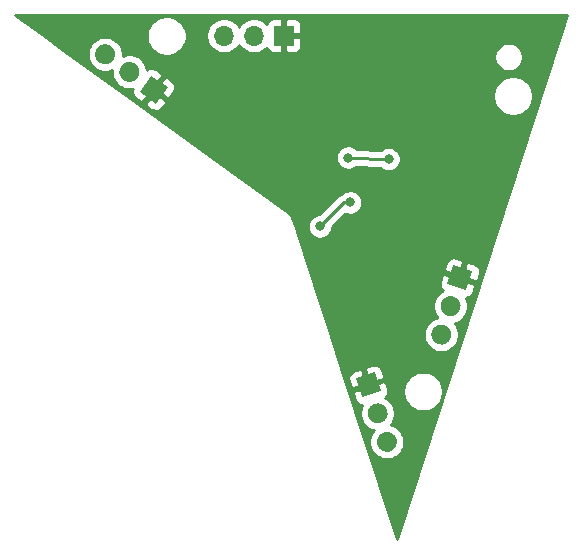
<source format=gbr>
%TF.GenerationSoftware,KiCad,Pcbnew,5.1.8*%
%TF.CreationDate,2021-01-22T11:52:35-05:00*%
%TF.ProjectId,penrosedart,70656e72-6f73-4656-9461-72742e6b6963,rev?*%
%TF.SameCoordinates,Original*%
%TF.FileFunction,Copper,L2,Bot*%
%TF.FilePolarity,Positive*%
%FSLAX46Y46*%
G04 Gerber Fmt 4.6, Leading zero omitted, Abs format (unit mm)*
G04 Created by KiCad (PCBNEW 5.1.8) date 2021-01-22 11:52:35*
%MOMM*%
%LPD*%
G01*
G04 APERTURE LIST*
%TA.AperFunction,ComponentPad*%
%ADD10C,0.100000*%
%TD*%
%TA.AperFunction,ComponentPad*%
%ADD11O,1.700000X1.700000*%
%TD*%
%TA.AperFunction,ComponentPad*%
%ADD12R,1.700000X1.700000*%
%TD*%
%TA.AperFunction,ViaPad*%
%ADD13C,0.800000*%
%TD*%
%TA.AperFunction,Conductor*%
%ADD14C,0.250000*%
%TD*%
%TA.AperFunction,Conductor*%
%ADD15C,0.254000*%
%TD*%
%TA.AperFunction,Conductor*%
%ADD16C,0.100000*%
%TD*%
G04 APERTURE END LIST*
%TO.P,J1,3*%
%TO.N,Net-(D1-Pad2)*%
%TA.AperFunction,ComponentPad*%
G36*
G01*
X135750333Y-77567649D02*
X135750333Y-77567649D01*
G75*
G02*
X135938380Y-78754930I-499617J-687664D01*
G01*
X135938380Y-78754930D01*
G75*
G02*
X134751099Y-78942977I-687664J499617D01*
G01*
X134751099Y-78942977D01*
G75*
G02*
X134563052Y-77755696I499617J687664D01*
G01*
X134563052Y-77755696D01*
G75*
G02*
X135750333Y-77567649I687664J-499617D01*
G01*
G37*
%TD.AperFunction*%
%TO.P,J1,2*%
%TO.N,VCC*%
%TA.AperFunction,ComponentPad*%
G36*
G01*
X137805236Y-79060623D02*
X137805236Y-79060623D01*
G75*
G02*
X137993283Y-80247904I-499617J-687664D01*
G01*
X137993283Y-80247904D01*
G75*
G02*
X136806002Y-80435951I-687664J499617D01*
G01*
X136806002Y-80435951D01*
G75*
G02*
X136617955Y-79248670I499617J687664D01*
G01*
X136617955Y-79248670D01*
G75*
G02*
X137805236Y-79060623I687664J-499617D01*
G01*
G37*
%TD.AperFunction*%
%TA.AperFunction,ComponentPad*%
D10*
%TO.P,J1,1*%
%TO.N,GND*%
G36*
X139172475Y-80053980D02*
G01*
X140547804Y-81053215D01*
X139548569Y-82428544D01*
X138173240Y-81429309D01*
X139172475Y-80053980D01*
G37*
%TD.AperFunction*%
%TD*%
%TA.AperFunction,ComponentPad*%
%TO.P,J2,1*%
%TO.N,GND*%
G36*
X164212856Y-97707416D02*
G01*
X164738184Y-96090620D01*
X166354980Y-96615948D01*
X165829652Y-98232744D01*
X164212856Y-97707416D01*
G37*
%TD.AperFunction*%
%TO.P,J2,2*%
%TO.N,VCC*%
%TA.AperFunction,ComponentPad*%
G36*
G01*
X163690617Y-99314702D02*
X163690617Y-99314702D01*
G75*
G02*
X164761679Y-98768968I808398J-262664D01*
G01*
X164761679Y-98768968D01*
G75*
G02*
X165307413Y-99840030I-262664J-808398D01*
G01*
X165307413Y-99840030D01*
G75*
G02*
X164236351Y-100385764I-808398J262664D01*
G01*
X164236351Y-100385764D01*
G75*
G02*
X163690617Y-99314702I262664J808398D01*
G01*
G37*
%TD.AperFunction*%
%TO.P,J2,3*%
%TO.N,Net-(D2-Pad2)*%
%TA.AperFunction,ComponentPad*%
G36*
G01*
X162905714Y-101730385D02*
X162905714Y-101730385D01*
G75*
G02*
X163976776Y-101184651I808398J-262664D01*
G01*
X163976776Y-101184651D01*
G75*
G02*
X164522510Y-102255713I-262664J-808398D01*
G01*
X164522510Y-102255713D01*
G75*
G02*
X163451448Y-102801447I-808398J262664D01*
G01*
X163451448Y-102801447D01*
G75*
G02*
X162905714Y-101730385I262664J808398D01*
G01*
G37*
%TD.AperFunction*%
%TD*%
%TA.AperFunction,ComponentPad*%
%TO.P,J3,1*%
%TO.N,GND*%
G36*
X156993925Y-107312459D02*
G01*
X156468597Y-105695663D01*
X158085393Y-105170335D01*
X158610721Y-106787131D01*
X156993925Y-107312459D01*
G37*
%TD.AperFunction*%
%TO.P,J3,2*%
%TO.N,VCC*%
%TA.AperFunction,ComponentPad*%
G36*
G01*
X157516164Y-108919745D02*
X157516164Y-108919745D01*
G75*
G02*
X158061898Y-107848683I808398J262664D01*
G01*
X158061898Y-107848683D01*
G75*
G02*
X159132960Y-108394417I262664J-808398D01*
G01*
X159132960Y-108394417D01*
G75*
G02*
X158587226Y-109465479I-808398J-262664D01*
G01*
X158587226Y-109465479D01*
G75*
G02*
X157516164Y-108919745I-262664J808398D01*
G01*
G37*
%TD.AperFunction*%
%TO.P,J3,3*%
%TO.N,Net-(D3-Pad4)*%
%TA.AperFunction,ComponentPad*%
G36*
G01*
X158301067Y-111335428D02*
X158301067Y-111335428D01*
G75*
G02*
X158846801Y-110264366I808398J262664D01*
G01*
X158846801Y-110264366D01*
G75*
G02*
X159917863Y-110810100I262664J-808398D01*
G01*
X159917863Y-110810100D01*
G75*
G02*
X159372129Y-111881162I-808398J-262664D01*
G01*
X159372129Y-111881162D01*
G75*
G02*
X158301067Y-111335428I-262664J808398D01*
G01*
G37*
%TD.AperFunction*%
%TD*%
D11*
%TO.P,J4,3*%
%TO.N,Net-(D4-Pad4)*%
X145310085Y-76679340D03*
%TO.P,J4,2*%
%TO.N,VCC*%
X147850085Y-76679340D03*
D12*
%TO.P,J4,1*%
%TO.N,GND*%
X150390085Y-76679340D03*
%TD*%
D13*
%TO.N,GND*%
X166624000Y-90170000D03*
X169164000Y-87122000D03*
X161163000Y-79502000D03*
X157064483Y-78095883D03*
X143408400Y-83439000D03*
X145770600Y-86868000D03*
X154965400Y-95783400D03*
X154736800Y-100050600D03*
%TO.N,Net-(D3-Pad2)*%
X156004938Y-90788949D03*
X153426405Y-92826595D03*
%TO.N,Net-(D4-Pad2)*%
X159258000Y-87122000D03*
X155829000Y-86995000D03*
%TD*%
D14*
%TO.N,Net-(D3-Pad2)*%
X155464051Y-90788949D02*
X156004938Y-90788949D01*
X153426405Y-92826595D02*
X155464051Y-90788949D01*
%TO.N,Net-(D4-Pad2)*%
X155829000Y-86995000D02*
X159258000Y-87122000D01*
%TD*%
D15*
%TO.N,GND*%
X159935449Y-119319606D02*
X155921283Y-106972052D01*
X156215642Y-106972052D01*
X156387083Y-107509635D01*
X156437210Y-107624235D01*
X156508731Y-107726855D01*
X156598899Y-107813548D01*
X156704247Y-107880986D01*
X156820727Y-107926575D01*
X156943863Y-107948565D01*
X157012889Y-107947209D01*
X157008572Y-107953670D01*
X156896630Y-108223923D01*
X156839562Y-108510821D01*
X156839562Y-108803341D01*
X156896630Y-109090239D01*
X157008572Y-109360492D01*
X157171087Y-109603713D01*
X157377930Y-109810556D01*
X157621151Y-109973071D01*
X157891404Y-110085013D01*
X157979571Y-110102551D01*
X157955990Y-110126132D01*
X157793475Y-110369353D01*
X157681533Y-110639606D01*
X157624465Y-110926504D01*
X157624465Y-111219024D01*
X157681533Y-111505922D01*
X157793475Y-111776175D01*
X157955990Y-112019396D01*
X158162833Y-112226239D01*
X158406054Y-112388754D01*
X158676307Y-112500696D01*
X158963205Y-112557764D01*
X159255725Y-112557764D01*
X159542623Y-112500696D01*
X159812876Y-112388754D01*
X160056097Y-112226239D01*
X160262940Y-112019396D01*
X160425455Y-111776175D01*
X160537397Y-111505922D01*
X160594465Y-111219024D01*
X160594465Y-110926504D01*
X160537397Y-110639606D01*
X160425455Y-110369353D01*
X160262940Y-110126132D01*
X160056097Y-109919289D01*
X159812876Y-109756774D01*
X159542623Y-109644832D01*
X159454456Y-109627294D01*
X159478037Y-109603713D01*
X159640552Y-109360492D01*
X159752494Y-109090239D01*
X159809562Y-108803341D01*
X159809562Y-108510821D01*
X159752494Y-108223923D01*
X159640552Y-107953670D01*
X159478037Y-107710449D01*
X159271194Y-107503606D01*
X159027973Y-107341091D01*
X158964295Y-107314715D01*
X159025117Y-107272325D01*
X159111810Y-107182157D01*
X159179248Y-107076809D01*
X159224837Y-106960329D01*
X159246827Y-106837193D01*
X159244371Y-106712133D01*
X159228773Y-106641042D01*
X160494000Y-106641042D01*
X160494000Y-106972958D01*
X160558754Y-107298496D01*
X160685772Y-107605147D01*
X160870175Y-107881125D01*
X161104875Y-108115825D01*
X161380853Y-108300228D01*
X161687504Y-108427246D01*
X162013042Y-108492000D01*
X162344958Y-108492000D01*
X162670496Y-108427246D01*
X162977147Y-108300228D01*
X163253125Y-108115825D01*
X163487825Y-107881125D01*
X163672228Y-107605147D01*
X163799246Y-107298496D01*
X163864000Y-106972958D01*
X163864000Y-106641042D01*
X163799246Y-106315504D01*
X163672228Y-106008853D01*
X163487825Y-105732875D01*
X163253125Y-105498175D01*
X162977147Y-105313772D01*
X162670496Y-105186754D01*
X162344958Y-105122000D01*
X162013042Y-105122000D01*
X161687504Y-105186754D01*
X161380853Y-105313772D01*
X161104875Y-105498175D01*
X160870175Y-105732875D01*
X160685772Y-106008853D01*
X160558754Y-106315504D01*
X160494000Y-106641042D01*
X159228773Y-106641042D01*
X159217564Y-106589956D01*
X159040280Y-106054271D01*
X158840243Y-105952347D01*
X157699688Y-106322936D01*
X157705869Y-106341958D01*
X157464300Y-106420447D01*
X157458120Y-106401426D01*
X156317565Y-106772015D01*
X156215642Y-106972052D01*
X155921283Y-106972052D01*
X155490056Y-105645601D01*
X155832491Y-105645601D01*
X155834947Y-105770661D01*
X155861754Y-105892838D01*
X156039038Y-106428523D01*
X156239075Y-106530447D01*
X157379630Y-106159858D01*
X157009041Y-105019303D01*
X156854995Y-104940813D01*
X157250609Y-104940813D01*
X157621198Y-106081368D01*
X158761753Y-105710779D01*
X158863676Y-105510742D01*
X158692235Y-104973159D01*
X158642108Y-104858559D01*
X158570587Y-104755939D01*
X158480419Y-104669246D01*
X158375071Y-104601808D01*
X158258591Y-104556219D01*
X158135455Y-104534229D01*
X158010395Y-104536685D01*
X157888218Y-104563492D01*
X157352533Y-104740776D01*
X157250609Y-104940813D01*
X156854995Y-104940813D01*
X156809004Y-104917380D01*
X156271421Y-105088821D01*
X156156821Y-105138948D01*
X156054201Y-105210469D01*
X155967508Y-105300637D01*
X155900070Y-105405985D01*
X155854481Y-105522465D01*
X155832491Y-105645601D01*
X155490056Y-105645601D01*
X154255070Y-101846789D01*
X162229112Y-101846789D01*
X162229112Y-102139309D01*
X162286180Y-102426207D01*
X162398122Y-102696460D01*
X162560637Y-102939681D01*
X162767480Y-103146524D01*
X163010701Y-103309039D01*
X163280954Y-103420981D01*
X163567852Y-103478049D01*
X163860372Y-103478049D01*
X164147270Y-103420981D01*
X164417523Y-103309039D01*
X164660744Y-103146524D01*
X164867587Y-102939681D01*
X165030102Y-102696460D01*
X165142044Y-102426207D01*
X165199112Y-102139309D01*
X165199112Y-101846789D01*
X165142044Y-101559891D01*
X165030102Y-101289638D01*
X164867587Y-101046417D01*
X164844006Y-101022836D01*
X164932173Y-101005298D01*
X165202426Y-100893356D01*
X165445647Y-100730841D01*
X165652490Y-100523998D01*
X165815005Y-100280777D01*
X165926947Y-100010524D01*
X165984015Y-99723626D01*
X165984015Y-99431106D01*
X165926947Y-99144208D01*
X165815005Y-98873955D01*
X165810688Y-98867494D01*
X165879714Y-98868850D01*
X166002850Y-98846860D01*
X166119330Y-98801271D01*
X166224678Y-98733833D01*
X166314846Y-98647140D01*
X166386367Y-98544520D01*
X166436494Y-98429920D01*
X166607935Y-97892337D01*
X166506012Y-97692300D01*
X165365457Y-97321711D01*
X165359277Y-97340732D01*
X165117708Y-97262243D01*
X165123889Y-97243221D01*
X164621987Y-97080143D01*
X165443947Y-97080143D01*
X166584502Y-97450732D01*
X166784539Y-97348808D01*
X166961823Y-96813123D01*
X166988630Y-96690946D01*
X166991086Y-96565886D01*
X166969096Y-96442750D01*
X166923507Y-96326270D01*
X166856069Y-96220922D01*
X166769376Y-96130754D01*
X166666756Y-96059233D01*
X166552156Y-96009106D01*
X166014573Y-95837665D01*
X165814536Y-95939588D01*
X165443947Y-97080143D01*
X164621987Y-97080143D01*
X163983334Y-96872632D01*
X163783297Y-96974556D01*
X163606013Y-97510241D01*
X163579206Y-97632418D01*
X163576750Y-97757478D01*
X163598740Y-97880614D01*
X163644329Y-97997094D01*
X163711767Y-98102442D01*
X163798460Y-98192610D01*
X163859282Y-98235000D01*
X163795604Y-98261376D01*
X163552383Y-98423891D01*
X163345540Y-98630734D01*
X163183025Y-98873955D01*
X163071083Y-99144208D01*
X163014015Y-99431106D01*
X163014015Y-99723626D01*
X163071083Y-100010524D01*
X163183025Y-100280777D01*
X163345540Y-100523998D01*
X163369121Y-100547579D01*
X163280954Y-100565117D01*
X163010701Y-100677059D01*
X162767480Y-100839574D01*
X162560637Y-101046417D01*
X162398122Y-101289638D01*
X162286180Y-101559891D01*
X162229112Y-101846789D01*
X154255070Y-101846789D01*
X152494416Y-96431027D01*
X163959901Y-96431027D01*
X164061824Y-96631064D01*
X165202379Y-97001653D01*
X165572968Y-95861098D01*
X165471044Y-95661061D01*
X164935359Y-95483777D01*
X164813182Y-95456970D01*
X164688122Y-95454514D01*
X164564986Y-95476504D01*
X164448506Y-95522093D01*
X164343158Y-95589531D01*
X164252990Y-95676224D01*
X164181469Y-95778844D01*
X164131342Y-95893444D01*
X163959901Y-96431027D01*
X152494416Y-96431027D01*
X151289481Y-92724656D01*
X152391405Y-92724656D01*
X152391405Y-92928534D01*
X152431179Y-93128493D01*
X152509200Y-93316851D01*
X152622468Y-93486369D01*
X152766631Y-93630532D01*
X152936149Y-93743800D01*
X153124507Y-93821821D01*
X153324466Y-93861595D01*
X153528344Y-93861595D01*
X153728303Y-93821821D01*
X153916661Y-93743800D01*
X154086179Y-93630532D01*
X154230342Y-93486369D01*
X154343610Y-93316851D01*
X154421631Y-93128493D01*
X154461405Y-92928534D01*
X154461405Y-92866396D01*
X155590318Y-91737484D01*
X155703040Y-91784175D01*
X155902999Y-91823949D01*
X156106877Y-91823949D01*
X156306836Y-91784175D01*
X156495194Y-91706154D01*
X156664712Y-91592886D01*
X156808875Y-91448723D01*
X156922143Y-91279205D01*
X157000164Y-91090847D01*
X157039938Y-90890888D01*
X157039938Y-90687010D01*
X157000164Y-90487051D01*
X156922143Y-90298693D01*
X156808875Y-90129175D01*
X156664712Y-89985012D01*
X156495194Y-89871744D01*
X156306836Y-89793723D01*
X156106877Y-89753949D01*
X155902999Y-89753949D01*
X155703040Y-89793723D01*
X155514682Y-89871744D01*
X155345164Y-89985012D01*
X155279416Y-90050760D01*
X155171804Y-90083403D01*
X155039775Y-90153975D01*
X154924050Y-90248948D01*
X154900252Y-90277946D01*
X153386604Y-91791595D01*
X153324466Y-91791595D01*
X153124507Y-91831369D01*
X152936149Y-91909390D01*
X152766631Y-92022658D01*
X152622468Y-92166821D01*
X152509200Y-92336339D01*
X152431179Y-92524697D01*
X152391405Y-92724656D01*
X151289481Y-92724656D01*
X151094722Y-92125580D01*
X151081846Y-92076353D01*
X151056592Y-92024365D01*
X151033418Y-91971406D01*
X151025009Y-91959345D01*
X151018586Y-91946122D01*
X150983673Y-91900057D01*
X150950614Y-91852640D01*
X150940014Y-91842452D01*
X150931134Y-91830735D01*
X150887891Y-91792353D01*
X150846230Y-91752310D01*
X150803383Y-91724891D01*
X144144781Y-86893061D01*
X154794000Y-86893061D01*
X154794000Y-87096939D01*
X154833774Y-87296898D01*
X154911795Y-87485256D01*
X155025063Y-87654774D01*
X155169226Y-87798937D01*
X155338744Y-87912205D01*
X155527102Y-87990226D01*
X155727061Y-88030000D01*
X155930939Y-88030000D01*
X156130898Y-87990226D01*
X156319256Y-87912205D01*
X156488774Y-87798937D01*
X156507076Y-87780635D01*
X158527764Y-87855475D01*
X158598226Y-87925937D01*
X158767744Y-88039205D01*
X158956102Y-88117226D01*
X159156061Y-88157000D01*
X159359939Y-88157000D01*
X159559898Y-88117226D01*
X159748256Y-88039205D01*
X159917774Y-87925937D01*
X160061937Y-87781774D01*
X160175205Y-87612256D01*
X160253226Y-87423898D01*
X160293000Y-87223939D01*
X160293000Y-87020061D01*
X160253226Y-86820102D01*
X160175205Y-86631744D01*
X160061937Y-86462226D01*
X159917774Y-86318063D01*
X159748256Y-86204795D01*
X159559898Y-86126774D01*
X159359939Y-86087000D01*
X159156061Y-86087000D01*
X158956102Y-86126774D01*
X158767744Y-86204795D01*
X158598226Y-86318063D01*
X158579924Y-86336365D01*
X156559236Y-86261525D01*
X156488774Y-86191063D01*
X156319256Y-86077795D01*
X156130898Y-85999774D01*
X155930939Y-85960000D01*
X155727061Y-85960000D01*
X155527102Y-85999774D01*
X155338744Y-86077795D01*
X155169226Y-86191063D01*
X155025063Y-86335226D01*
X154911795Y-86504744D01*
X154833774Y-86693102D01*
X154794000Y-86893061D01*
X144144781Y-86893061D01*
X137937687Y-82388870D01*
X138683717Y-82388870D01*
X138718838Y-82610612D01*
X139173520Y-82944755D01*
X139281434Y-83008005D01*
X139399614Y-83048986D01*
X139523519Y-83066124D01*
X139648385Y-83058760D01*
X139769416Y-83027177D01*
X139881961Y-82972590D01*
X139981693Y-82897095D01*
X140064780Y-82803593D01*
X140393953Y-82345300D01*
X140358832Y-82123557D01*
X139388618Y-81418656D01*
X138683717Y-82388870D01*
X137937687Y-82388870D01*
X132039796Y-78109053D01*
X133765716Y-78109053D01*
X133765716Y-78401573D01*
X133822784Y-78688471D01*
X133934726Y-78958724D01*
X134097241Y-79201945D01*
X134304084Y-79408788D01*
X134547305Y-79571303D01*
X134817558Y-79683245D01*
X135104456Y-79740313D01*
X135396976Y-79740313D01*
X135683874Y-79683245D01*
X135820619Y-79626604D01*
X135820619Y-79894547D01*
X135877687Y-80181445D01*
X135989629Y-80451698D01*
X136152144Y-80694919D01*
X136358987Y-80901762D01*
X136602208Y-81064277D01*
X136872461Y-81176219D01*
X137159359Y-81233287D01*
X137451879Y-81233287D01*
X137577805Y-81208239D01*
X137552798Y-81280354D01*
X137535660Y-81404259D01*
X137543024Y-81529125D01*
X137574607Y-81650156D01*
X137629194Y-81762701D01*
X137704689Y-81862433D01*
X137798191Y-81945520D01*
X138256484Y-82274693D01*
X138478227Y-82239572D01*
X139183128Y-81269358D01*
X139166948Y-81257603D01*
X139199233Y-81213166D01*
X139537916Y-81213166D01*
X140508130Y-81918067D01*
X140729872Y-81882946D01*
X140921608Y-81622042D01*
X168114000Y-81622042D01*
X168114000Y-81953958D01*
X168178754Y-82279496D01*
X168305772Y-82586147D01*
X168490175Y-82862125D01*
X168724875Y-83096825D01*
X169000853Y-83281228D01*
X169307504Y-83408246D01*
X169633042Y-83473000D01*
X169964958Y-83473000D01*
X170290496Y-83408246D01*
X170597147Y-83281228D01*
X170873125Y-83096825D01*
X171107825Y-82862125D01*
X171292228Y-82586147D01*
X171419246Y-82279496D01*
X171484000Y-81953958D01*
X171484000Y-81622042D01*
X171419246Y-81296504D01*
X171292228Y-80989853D01*
X171107825Y-80713875D01*
X170873125Y-80479175D01*
X170597147Y-80294772D01*
X170290496Y-80167754D01*
X169964958Y-80103000D01*
X169633042Y-80103000D01*
X169307504Y-80167754D01*
X169000853Y-80294772D01*
X168724875Y-80479175D01*
X168490175Y-80713875D01*
X168305772Y-80989853D01*
X168178754Y-81296504D01*
X168114000Y-81622042D01*
X140921608Y-81622042D01*
X141064015Y-81428264D01*
X141127265Y-81320350D01*
X141168246Y-81202170D01*
X141185384Y-81078265D01*
X141178020Y-80953399D01*
X141146437Y-80832368D01*
X141091850Y-80719823D01*
X141016355Y-80620091D01*
X140922853Y-80537004D01*
X140464560Y-80207831D01*
X140242817Y-80242952D01*
X139537916Y-81213166D01*
X139199233Y-81213166D01*
X139316245Y-81052112D01*
X139332426Y-81063868D01*
X140037327Y-80093654D01*
X140002206Y-79871912D01*
X139547524Y-79537769D01*
X139439610Y-79474519D01*
X139321430Y-79433538D01*
X139197525Y-79416400D01*
X139072659Y-79423764D01*
X138951628Y-79455347D01*
X138839083Y-79509934D01*
X138781040Y-79553871D01*
X138733551Y-79315129D01*
X138621609Y-79044876D01*
X138459094Y-78801655D01*
X138252251Y-78594812D01*
X138009030Y-78432297D01*
X137738777Y-78320355D01*
X137451879Y-78263287D01*
X137159359Y-78263287D01*
X136872461Y-78320355D01*
X136735716Y-78376996D01*
X136735716Y-78109053D01*
X136678648Y-77822155D01*
X136566706Y-77551902D01*
X136404191Y-77308681D01*
X136197348Y-77101838D01*
X135954127Y-76939323D01*
X135683874Y-76827381D01*
X135396976Y-76770313D01*
X135104456Y-76770313D01*
X134817558Y-76827381D01*
X134547305Y-76939323D01*
X134304084Y-77101838D01*
X134097241Y-77308681D01*
X133934726Y-77551902D01*
X133822784Y-77822155D01*
X133765716Y-78109053D01*
X132039796Y-78109053D01*
X129880344Y-76542042D01*
X138777000Y-76542042D01*
X138777000Y-76873958D01*
X138841754Y-77199496D01*
X138968772Y-77506147D01*
X139153175Y-77782125D01*
X139387875Y-78016825D01*
X139663853Y-78201228D01*
X139970504Y-78328246D01*
X140296042Y-78393000D01*
X140627958Y-78393000D01*
X140759547Y-78366825D01*
X168208000Y-78366825D01*
X168208000Y-78605175D01*
X168254499Y-78838944D01*
X168345712Y-79059150D01*
X168478131Y-79257330D01*
X168646670Y-79425869D01*
X168844850Y-79558288D01*
X169065056Y-79649501D01*
X169298825Y-79696000D01*
X169537175Y-79696000D01*
X169770944Y-79649501D01*
X169991150Y-79558288D01*
X170189330Y-79425869D01*
X170357869Y-79257330D01*
X170490288Y-79059150D01*
X170581501Y-78838944D01*
X170628000Y-78605175D01*
X170628000Y-78366825D01*
X170581501Y-78133056D01*
X170490288Y-77912850D01*
X170357869Y-77714670D01*
X170189330Y-77546131D01*
X169991150Y-77413712D01*
X169770944Y-77322499D01*
X169537175Y-77276000D01*
X169298825Y-77276000D01*
X169065056Y-77322499D01*
X168844850Y-77413712D01*
X168646670Y-77546131D01*
X168478131Y-77714670D01*
X168345712Y-77912850D01*
X168254499Y-78133056D01*
X168208000Y-78366825D01*
X140759547Y-78366825D01*
X140953496Y-78328246D01*
X141260147Y-78201228D01*
X141536125Y-78016825D01*
X141770825Y-77782125D01*
X141955228Y-77506147D01*
X142082246Y-77199496D01*
X142147000Y-76873958D01*
X142147000Y-76542042D01*
X142145218Y-76533080D01*
X143825085Y-76533080D01*
X143825085Y-76825600D01*
X143882153Y-77112498D01*
X143994095Y-77382751D01*
X144156610Y-77625972D01*
X144363453Y-77832815D01*
X144606674Y-77995330D01*
X144876927Y-78107272D01*
X145163825Y-78164340D01*
X145456345Y-78164340D01*
X145743243Y-78107272D01*
X146013496Y-77995330D01*
X146256717Y-77832815D01*
X146463560Y-77625972D01*
X146580085Y-77451580D01*
X146696610Y-77625972D01*
X146903453Y-77832815D01*
X147146674Y-77995330D01*
X147416927Y-78107272D01*
X147703825Y-78164340D01*
X147996345Y-78164340D01*
X148283243Y-78107272D01*
X148553496Y-77995330D01*
X148796717Y-77832815D01*
X148928572Y-77700960D01*
X148950583Y-77773520D01*
X149009548Y-77883834D01*
X149088900Y-77980525D01*
X149185591Y-78059877D01*
X149295905Y-78118842D01*
X149415603Y-78155152D01*
X149540085Y-78167412D01*
X150104335Y-78164340D01*
X150263085Y-78005590D01*
X150263085Y-76806340D01*
X150517085Y-76806340D01*
X150517085Y-78005590D01*
X150675835Y-78164340D01*
X151240085Y-78167412D01*
X151364567Y-78155152D01*
X151484265Y-78118842D01*
X151594579Y-78059877D01*
X151691270Y-77980525D01*
X151770622Y-77883834D01*
X151829587Y-77773520D01*
X151865897Y-77653822D01*
X151878157Y-77529340D01*
X151875085Y-76965090D01*
X151716335Y-76806340D01*
X150517085Y-76806340D01*
X150263085Y-76806340D01*
X150243085Y-76806340D01*
X150243085Y-76552340D01*
X150263085Y-76552340D01*
X150263085Y-75353090D01*
X150517085Y-75353090D01*
X150517085Y-76552340D01*
X151716335Y-76552340D01*
X151875085Y-76393590D01*
X151878157Y-75829340D01*
X151865897Y-75704858D01*
X151829587Y-75585160D01*
X151770622Y-75474846D01*
X151691270Y-75378155D01*
X151594579Y-75298803D01*
X151484265Y-75239838D01*
X151364567Y-75203528D01*
X151240085Y-75191268D01*
X150675835Y-75194340D01*
X150517085Y-75353090D01*
X150263085Y-75353090D01*
X150104335Y-75194340D01*
X149540085Y-75191268D01*
X149415603Y-75203528D01*
X149295905Y-75239838D01*
X149185591Y-75298803D01*
X149088900Y-75378155D01*
X149009548Y-75474846D01*
X148950583Y-75585160D01*
X148928572Y-75657720D01*
X148796717Y-75525865D01*
X148553496Y-75363350D01*
X148283243Y-75251408D01*
X147996345Y-75194340D01*
X147703825Y-75194340D01*
X147416927Y-75251408D01*
X147146674Y-75363350D01*
X146903453Y-75525865D01*
X146696610Y-75732708D01*
X146580085Y-75907100D01*
X146463560Y-75732708D01*
X146256717Y-75525865D01*
X146013496Y-75363350D01*
X145743243Y-75251408D01*
X145456345Y-75194340D01*
X145163825Y-75194340D01*
X144876927Y-75251408D01*
X144606674Y-75363350D01*
X144363453Y-75525865D01*
X144156610Y-75732708D01*
X143994095Y-75975929D01*
X143882153Y-76246182D01*
X143825085Y-76533080D01*
X142145218Y-76533080D01*
X142082246Y-76216504D01*
X141955228Y-75909853D01*
X141770825Y-75633875D01*
X141536125Y-75399175D01*
X141260147Y-75214772D01*
X140953496Y-75087754D01*
X140627958Y-75023000D01*
X140296042Y-75023000D01*
X139970504Y-75087754D01*
X139663853Y-75214772D01*
X139387875Y-75399175D01*
X139153175Y-75633875D01*
X138968772Y-75909853D01*
X138841754Y-76216504D01*
X138777000Y-76542042D01*
X129880344Y-76542042D01*
X127655886Y-74927860D01*
X174375016Y-74903527D01*
X159935449Y-119319606D01*
%TA.AperFunction,Conductor*%
D16*
G36*
X159935449Y-119319606D02*
G01*
X155921283Y-106972052D01*
X156215642Y-106972052D01*
X156387083Y-107509635D01*
X156437210Y-107624235D01*
X156508731Y-107726855D01*
X156598899Y-107813548D01*
X156704247Y-107880986D01*
X156820727Y-107926575D01*
X156943863Y-107948565D01*
X157012889Y-107947209D01*
X157008572Y-107953670D01*
X156896630Y-108223923D01*
X156839562Y-108510821D01*
X156839562Y-108803341D01*
X156896630Y-109090239D01*
X157008572Y-109360492D01*
X157171087Y-109603713D01*
X157377930Y-109810556D01*
X157621151Y-109973071D01*
X157891404Y-110085013D01*
X157979571Y-110102551D01*
X157955990Y-110126132D01*
X157793475Y-110369353D01*
X157681533Y-110639606D01*
X157624465Y-110926504D01*
X157624465Y-111219024D01*
X157681533Y-111505922D01*
X157793475Y-111776175D01*
X157955990Y-112019396D01*
X158162833Y-112226239D01*
X158406054Y-112388754D01*
X158676307Y-112500696D01*
X158963205Y-112557764D01*
X159255725Y-112557764D01*
X159542623Y-112500696D01*
X159812876Y-112388754D01*
X160056097Y-112226239D01*
X160262940Y-112019396D01*
X160425455Y-111776175D01*
X160537397Y-111505922D01*
X160594465Y-111219024D01*
X160594465Y-110926504D01*
X160537397Y-110639606D01*
X160425455Y-110369353D01*
X160262940Y-110126132D01*
X160056097Y-109919289D01*
X159812876Y-109756774D01*
X159542623Y-109644832D01*
X159454456Y-109627294D01*
X159478037Y-109603713D01*
X159640552Y-109360492D01*
X159752494Y-109090239D01*
X159809562Y-108803341D01*
X159809562Y-108510821D01*
X159752494Y-108223923D01*
X159640552Y-107953670D01*
X159478037Y-107710449D01*
X159271194Y-107503606D01*
X159027973Y-107341091D01*
X158964295Y-107314715D01*
X159025117Y-107272325D01*
X159111810Y-107182157D01*
X159179248Y-107076809D01*
X159224837Y-106960329D01*
X159246827Y-106837193D01*
X159244371Y-106712133D01*
X159228773Y-106641042D01*
X160494000Y-106641042D01*
X160494000Y-106972958D01*
X160558754Y-107298496D01*
X160685772Y-107605147D01*
X160870175Y-107881125D01*
X161104875Y-108115825D01*
X161380853Y-108300228D01*
X161687504Y-108427246D01*
X162013042Y-108492000D01*
X162344958Y-108492000D01*
X162670496Y-108427246D01*
X162977147Y-108300228D01*
X163253125Y-108115825D01*
X163487825Y-107881125D01*
X163672228Y-107605147D01*
X163799246Y-107298496D01*
X163864000Y-106972958D01*
X163864000Y-106641042D01*
X163799246Y-106315504D01*
X163672228Y-106008853D01*
X163487825Y-105732875D01*
X163253125Y-105498175D01*
X162977147Y-105313772D01*
X162670496Y-105186754D01*
X162344958Y-105122000D01*
X162013042Y-105122000D01*
X161687504Y-105186754D01*
X161380853Y-105313772D01*
X161104875Y-105498175D01*
X160870175Y-105732875D01*
X160685772Y-106008853D01*
X160558754Y-106315504D01*
X160494000Y-106641042D01*
X159228773Y-106641042D01*
X159217564Y-106589956D01*
X159040280Y-106054271D01*
X158840243Y-105952347D01*
X157699688Y-106322936D01*
X157705869Y-106341958D01*
X157464300Y-106420447D01*
X157458120Y-106401426D01*
X156317565Y-106772015D01*
X156215642Y-106972052D01*
X155921283Y-106972052D01*
X155490056Y-105645601D01*
X155832491Y-105645601D01*
X155834947Y-105770661D01*
X155861754Y-105892838D01*
X156039038Y-106428523D01*
X156239075Y-106530447D01*
X157379630Y-106159858D01*
X157009041Y-105019303D01*
X156854995Y-104940813D01*
X157250609Y-104940813D01*
X157621198Y-106081368D01*
X158761753Y-105710779D01*
X158863676Y-105510742D01*
X158692235Y-104973159D01*
X158642108Y-104858559D01*
X158570587Y-104755939D01*
X158480419Y-104669246D01*
X158375071Y-104601808D01*
X158258591Y-104556219D01*
X158135455Y-104534229D01*
X158010395Y-104536685D01*
X157888218Y-104563492D01*
X157352533Y-104740776D01*
X157250609Y-104940813D01*
X156854995Y-104940813D01*
X156809004Y-104917380D01*
X156271421Y-105088821D01*
X156156821Y-105138948D01*
X156054201Y-105210469D01*
X155967508Y-105300637D01*
X155900070Y-105405985D01*
X155854481Y-105522465D01*
X155832491Y-105645601D01*
X155490056Y-105645601D01*
X154255070Y-101846789D01*
X162229112Y-101846789D01*
X162229112Y-102139309D01*
X162286180Y-102426207D01*
X162398122Y-102696460D01*
X162560637Y-102939681D01*
X162767480Y-103146524D01*
X163010701Y-103309039D01*
X163280954Y-103420981D01*
X163567852Y-103478049D01*
X163860372Y-103478049D01*
X164147270Y-103420981D01*
X164417523Y-103309039D01*
X164660744Y-103146524D01*
X164867587Y-102939681D01*
X165030102Y-102696460D01*
X165142044Y-102426207D01*
X165199112Y-102139309D01*
X165199112Y-101846789D01*
X165142044Y-101559891D01*
X165030102Y-101289638D01*
X164867587Y-101046417D01*
X164844006Y-101022836D01*
X164932173Y-101005298D01*
X165202426Y-100893356D01*
X165445647Y-100730841D01*
X165652490Y-100523998D01*
X165815005Y-100280777D01*
X165926947Y-100010524D01*
X165984015Y-99723626D01*
X165984015Y-99431106D01*
X165926947Y-99144208D01*
X165815005Y-98873955D01*
X165810688Y-98867494D01*
X165879714Y-98868850D01*
X166002850Y-98846860D01*
X166119330Y-98801271D01*
X166224678Y-98733833D01*
X166314846Y-98647140D01*
X166386367Y-98544520D01*
X166436494Y-98429920D01*
X166607935Y-97892337D01*
X166506012Y-97692300D01*
X165365457Y-97321711D01*
X165359277Y-97340732D01*
X165117708Y-97262243D01*
X165123889Y-97243221D01*
X164621987Y-97080143D01*
X165443947Y-97080143D01*
X166584502Y-97450732D01*
X166784539Y-97348808D01*
X166961823Y-96813123D01*
X166988630Y-96690946D01*
X166991086Y-96565886D01*
X166969096Y-96442750D01*
X166923507Y-96326270D01*
X166856069Y-96220922D01*
X166769376Y-96130754D01*
X166666756Y-96059233D01*
X166552156Y-96009106D01*
X166014573Y-95837665D01*
X165814536Y-95939588D01*
X165443947Y-97080143D01*
X164621987Y-97080143D01*
X163983334Y-96872632D01*
X163783297Y-96974556D01*
X163606013Y-97510241D01*
X163579206Y-97632418D01*
X163576750Y-97757478D01*
X163598740Y-97880614D01*
X163644329Y-97997094D01*
X163711767Y-98102442D01*
X163798460Y-98192610D01*
X163859282Y-98235000D01*
X163795604Y-98261376D01*
X163552383Y-98423891D01*
X163345540Y-98630734D01*
X163183025Y-98873955D01*
X163071083Y-99144208D01*
X163014015Y-99431106D01*
X163014015Y-99723626D01*
X163071083Y-100010524D01*
X163183025Y-100280777D01*
X163345540Y-100523998D01*
X163369121Y-100547579D01*
X163280954Y-100565117D01*
X163010701Y-100677059D01*
X162767480Y-100839574D01*
X162560637Y-101046417D01*
X162398122Y-101289638D01*
X162286180Y-101559891D01*
X162229112Y-101846789D01*
X154255070Y-101846789D01*
X152494416Y-96431027D01*
X163959901Y-96431027D01*
X164061824Y-96631064D01*
X165202379Y-97001653D01*
X165572968Y-95861098D01*
X165471044Y-95661061D01*
X164935359Y-95483777D01*
X164813182Y-95456970D01*
X164688122Y-95454514D01*
X164564986Y-95476504D01*
X164448506Y-95522093D01*
X164343158Y-95589531D01*
X164252990Y-95676224D01*
X164181469Y-95778844D01*
X164131342Y-95893444D01*
X163959901Y-96431027D01*
X152494416Y-96431027D01*
X151289481Y-92724656D01*
X152391405Y-92724656D01*
X152391405Y-92928534D01*
X152431179Y-93128493D01*
X152509200Y-93316851D01*
X152622468Y-93486369D01*
X152766631Y-93630532D01*
X152936149Y-93743800D01*
X153124507Y-93821821D01*
X153324466Y-93861595D01*
X153528344Y-93861595D01*
X153728303Y-93821821D01*
X153916661Y-93743800D01*
X154086179Y-93630532D01*
X154230342Y-93486369D01*
X154343610Y-93316851D01*
X154421631Y-93128493D01*
X154461405Y-92928534D01*
X154461405Y-92866396D01*
X155590318Y-91737484D01*
X155703040Y-91784175D01*
X155902999Y-91823949D01*
X156106877Y-91823949D01*
X156306836Y-91784175D01*
X156495194Y-91706154D01*
X156664712Y-91592886D01*
X156808875Y-91448723D01*
X156922143Y-91279205D01*
X157000164Y-91090847D01*
X157039938Y-90890888D01*
X157039938Y-90687010D01*
X157000164Y-90487051D01*
X156922143Y-90298693D01*
X156808875Y-90129175D01*
X156664712Y-89985012D01*
X156495194Y-89871744D01*
X156306836Y-89793723D01*
X156106877Y-89753949D01*
X155902999Y-89753949D01*
X155703040Y-89793723D01*
X155514682Y-89871744D01*
X155345164Y-89985012D01*
X155279416Y-90050760D01*
X155171804Y-90083403D01*
X155039775Y-90153975D01*
X154924050Y-90248948D01*
X154900252Y-90277946D01*
X153386604Y-91791595D01*
X153324466Y-91791595D01*
X153124507Y-91831369D01*
X152936149Y-91909390D01*
X152766631Y-92022658D01*
X152622468Y-92166821D01*
X152509200Y-92336339D01*
X152431179Y-92524697D01*
X152391405Y-92724656D01*
X151289481Y-92724656D01*
X151094722Y-92125580D01*
X151081846Y-92076353D01*
X151056592Y-92024365D01*
X151033418Y-91971406D01*
X151025009Y-91959345D01*
X151018586Y-91946122D01*
X150983673Y-91900057D01*
X150950614Y-91852640D01*
X150940014Y-91842452D01*
X150931134Y-91830735D01*
X150887891Y-91792353D01*
X150846230Y-91752310D01*
X150803383Y-91724891D01*
X144144781Y-86893061D01*
X154794000Y-86893061D01*
X154794000Y-87096939D01*
X154833774Y-87296898D01*
X154911795Y-87485256D01*
X155025063Y-87654774D01*
X155169226Y-87798937D01*
X155338744Y-87912205D01*
X155527102Y-87990226D01*
X155727061Y-88030000D01*
X155930939Y-88030000D01*
X156130898Y-87990226D01*
X156319256Y-87912205D01*
X156488774Y-87798937D01*
X156507076Y-87780635D01*
X158527764Y-87855475D01*
X158598226Y-87925937D01*
X158767744Y-88039205D01*
X158956102Y-88117226D01*
X159156061Y-88157000D01*
X159359939Y-88157000D01*
X159559898Y-88117226D01*
X159748256Y-88039205D01*
X159917774Y-87925937D01*
X160061937Y-87781774D01*
X160175205Y-87612256D01*
X160253226Y-87423898D01*
X160293000Y-87223939D01*
X160293000Y-87020061D01*
X160253226Y-86820102D01*
X160175205Y-86631744D01*
X160061937Y-86462226D01*
X159917774Y-86318063D01*
X159748256Y-86204795D01*
X159559898Y-86126774D01*
X159359939Y-86087000D01*
X159156061Y-86087000D01*
X158956102Y-86126774D01*
X158767744Y-86204795D01*
X158598226Y-86318063D01*
X158579924Y-86336365D01*
X156559236Y-86261525D01*
X156488774Y-86191063D01*
X156319256Y-86077795D01*
X156130898Y-85999774D01*
X155930939Y-85960000D01*
X155727061Y-85960000D01*
X155527102Y-85999774D01*
X155338744Y-86077795D01*
X155169226Y-86191063D01*
X155025063Y-86335226D01*
X154911795Y-86504744D01*
X154833774Y-86693102D01*
X154794000Y-86893061D01*
X144144781Y-86893061D01*
X137937687Y-82388870D01*
X138683717Y-82388870D01*
X138718838Y-82610612D01*
X139173520Y-82944755D01*
X139281434Y-83008005D01*
X139399614Y-83048986D01*
X139523519Y-83066124D01*
X139648385Y-83058760D01*
X139769416Y-83027177D01*
X139881961Y-82972590D01*
X139981693Y-82897095D01*
X140064780Y-82803593D01*
X140393953Y-82345300D01*
X140358832Y-82123557D01*
X139388618Y-81418656D01*
X138683717Y-82388870D01*
X137937687Y-82388870D01*
X132039796Y-78109053D01*
X133765716Y-78109053D01*
X133765716Y-78401573D01*
X133822784Y-78688471D01*
X133934726Y-78958724D01*
X134097241Y-79201945D01*
X134304084Y-79408788D01*
X134547305Y-79571303D01*
X134817558Y-79683245D01*
X135104456Y-79740313D01*
X135396976Y-79740313D01*
X135683874Y-79683245D01*
X135820619Y-79626604D01*
X135820619Y-79894547D01*
X135877687Y-80181445D01*
X135989629Y-80451698D01*
X136152144Y-80694919D01*
X136358987Y-80901762D01*
X136602208Y-81064277D01*
X136872461Y-81176219D01*
X137159359Y-81233287D01*
X137451879Y-81233287D01*
X137577805Y-81208239D01*
X137552798Y-81280354D01*
X137535660Y-81404259D01*
X137543024Y-81529125D01*
X137574607Y-81650156D01*
X137629194Y-81762701D01*
X137704689Y-81862433D01*
X137798191Y-81945520D01*
X138256484Y-82274693D01*
X138478227Y-82239572D01*
X139183128Y-81269358D01*
X139166948Y-81257603D01*
X139199233Y-81213166D01*
X139537916Y-81213166D01*
X140508130Y-81918067D01*
X140729872Y-81882946D01*
X140921608Y-81622042D01*
X168114000Y-81622042D01*
X168114000Y-81953958D01*
X168178754Y-82279496D01*
X168305772Y-82586147D01*
X168490175Y-82862125D01*
X168724875Y-83096825D01*
X169000853Y-83281228D01*
X169307504Y-83408246D01*
X169633042Y-83473000D01*
X169964958Y-83473000D01*
X170290496Y-83408246D01*
X170597147Y-83281228D01*
X170873125Y-83096825D01*
X171107825Y-82862125D01*
X171292228Y-82586147D01*
X171419246Y-82279496D01*
X171484000Y-81953958D01*
X171484000Y-81622042D01*
X171419246Y-81296504D01*
X171292228Y-80989853D01*
X171107825Y-80713875D01*
X170873125Y-80479175D01*
X170597147Y-80294772D01*
X170290496Y-80167754D01*
X169964958Y-80103000D01*
X169633042Y-80103000D01*
X169307504Y-80167754D01*
X169000853Y-80294772D01*
X168724875Y-80479175D01*
X168490175Y-80713875D01*
X168305772Y-80989853D01*
X168178754Y-81296504D01*
X168114000Y-81622042D01*
X140921608Y-81622042D01*
X141064015Y-81428264D01*
X141127265Y-81320350D01*
X141168246Y-81202170D01*
X141185384Y-81078265D01*
X141178020Y-80953399D01*
X141146437Y-80832368D01*
X141091850Y-80719823D01*
X141016355Y-80620091D01*
X140922853Y-80537004D01*
X140464560Y-80207831D01*
X140242817Y-80242952D01*
X139537916Y-81213166D01*
X139199233Y-81213166D01*
X139316245Y-81052112D01*
X139332426Y-81063868D01*
X140037327Y-80093654D01*
X140002206Y-79871912D01*
X139547524Y-79537769D01*
X139439610Y-79474519D01*
X139321430Y-79433538D01*
X139197525Y-79416400D01*
X139072659Y-79423764D01*
X138951628Y-79455347D01*
X138839083Y-79509934D01*
X138781040Y-79553871D01*
X138733551Y-79315129D01*
X138621609Y-79044876D01*
X138459094Y-78801655D01*
X138252251Y-78594812D01*
X138009030Y-78432297D01*
X137738777Y-78320355D01*
X137451879Y-78263287D01*
X137159359Y-78263287D01*
X136872461Y-78320355D01*
X136735716Y-78376996D01*
X136735716Y-78109053D01*
X136678648Y-77822155D01*
X136566706Y-77551902D01*
X136404191Y-77308681D01*
X136197348Y-77101838D01*
X135954127Y-76939323D01*
X135683874Y-76827381D01*
X135396976Y-76770313D01*
X135104456Y-76770313D01*
X134817558Y-76827381D01*
X134547305Y-76939323D01*
X134304084Y-77101838D01*
X134097241Y-77308681D01*
X133934726Y-77551902D01*
X133822784Y-77822155D01*
X133765716Y-78109053D01*
X132039796Y-78109053D01*
X129880344Y-76542042D01*
X138777000Y-76542042D01*
X138777000Y-76873958D01*
X138841754Y-77199496D01*
X138968772Y-77506147D01*
X139153175Y-77782125D01*
X139387875Y-78016825D01*
X139663853Y-78201228D01*
X139970504Y-78328246D01*
X140296042Y-78393000D01*
X140627958Y-78393000D01*
X140759547Y-78366825D01*
X168208000Y-78366825D01*
X168208000Y-78605175D01*
X168254499Y-78838944D01*
X168345712Y-79059150D01*
X168478131Y-79257330D01*
X168646670Y-79425869D01*
X168844850Y-79558288D01*
X169065056Y-79649501D01*
X169298825Y-79696000D01*
X169537175Y-79696000D01*
X169770944Y-79649501D01*
X169991150Y-79558288D01*
X170189330Y-79425869D01*
X170357869Y-79257330D01*
X170490288Y-79059150D01*
X170581501Y-78838944D01*
X170628000Y-78605175D01*
X170628000Y-78366825D01*
X170581501Y-78133056D01*
X170490288Y-77912850D01*
X170357869Y-77714670D01*
X170189330Y-77546131D01*
X169991150Y-77413712D01*
X169770944Y-77322499D01*
X169537175Y-77276000D01*
X169298825Y-77276000D01*
X169065056Y-77322499D01*
X168844850Y-77413712D01*
X168646670Y-77546131D01*
X168478131Y-77714670D01*
X168345712Y-77912850D01*
X168254499Y-78133056D01*
X168208000Y-78366825D01*
X140759547Y-78366825D01*
X140953496Y-78328246D01*
X141260147Y-78201228D01*
X141536125Y-78016825D01*
X141770825Y-77782125D01*
X141955228Y-77506147D01*
X142082246Y-77199496D01*
X142147000Y-76873958D01*
X142147000Y-76542042D01*
X142145218Y-76533080D01*
X143825085Y-76533080D01*
X143825085Y-76825600D01*
X143882153Y-77112498D01*
X143994095Y-77382751D01*
X144156610Y-77625972D01*
X144363453Y-77832815D01*
X144606674Y-77995330D01*
X144876927Y-78107272D01*
X145163825Y-78164340D01*
X145456345Y-78164340D01*
X145743243Y-78107272D01*
X146013496Y-77995330D01*
X146256717Y-77832815D01*
X146463560Y-77625972D01*
X146580085Y-77451580D01*
X146696610Y-77625972D01*
X146903453Y-77832815D01*
X147146674Y-77995330D01*
X147416927Y-78107272D01*
X147703825Y-78164340D01*
X147996345Y-78164340D01*
X148283243Y-78107272D01*
X148553496Y-77995330D01*
X148796717Y-77832815D01*
X148928572Y-77700960D01*
X148950583Y-77773520D01*
X149009548Y-77883834D01*
X149088900Y-77980525D01*
X149185591Y-78059877D01*
X149295905Y-78118842D01*
X149415603Y-78155152D01*
X149540085Y-78167412D01*
X150104335Y-78164340D01*
X150263085Y-78005590D01*
X150263085Y-76806340D01*
X150517085Y-76806340D01*
X150517085Y-78005590D01*
X150675835Y-78164340D01*
X151240085Y-78167412D01*
X151364567Y-78155152D01*
X151484265Y-78118842D01*
X151594579Y-78059877D01*
X151691270Y-77980525D01*
X151770622Y-77883834D01*
X151829587Y-77773520D01*
X151865897Y-77653822D01*
X151878157Y-77529340D01*
X151875085Y-76965090D01*
X151716335Y-76806340D01*
X150517085Y-76806340D01*
X150263085Y-76806340D01*
X150243085Y-76806340D01*
X150243085Y-76552340D01*
X150263085Y-76552340D01*
X150263085Y-75353090D01*
X150517085Y-75353090D01*
X150517085Y-76552340D01*
X151716335Y-76552340D01*
X151875085Y-76393590D01*
X151878157Y-75829340D01*
X151865897Y-75704858D01*
X151829587Y-75585160D01*
X151770622Y-75474846D01*
X151691270Y-75378155D01*
X151594579Y-75298803D01*
X151484265Y-75239838D01*
X151364567Y-75203528D01*
X151240085Y-75191268D01*
X150675835Y-75194340D01*
X150517085Y-75353090D01*
X150263085Y-75353090D01*
X150104335Y-75194340D01*
X149540085Y-75191268D01*
X149415603Y-75203528D01*
X149295905Y-75239838D01*
X149185591Y-75298803D01*
X149088900Y-75378155D01*
X149009548Y-75474846D01*
X148950583Y-75585160D01*
X148928572Y-75657720D01*
X148796717Y-75525865D01*
X148553496Y-75363350D01*
X148283243Y-75251408D01*
X147996345Y-75194340D01*
X147703825Y-75194340D01*
X147416927Y-75251408D01*
X147146674Y-75363350D01*
X146903453Y-75525865D01*
X146696610Y-75732708D01*
X146580085Y-75907100D01*
X146463560Y-75732708D01*
X146256717Y-75525865D01*
X146013496Y-75363350D01*
X145743243Y-75251408D01*
X145456345Y-75194340D01*
X145163825Y-75194340D01*
X144876927Y-75251408D01*
X144606674Y-75363350D01*
X144363453Y-75525865D01*
X144156610Y-75732708D01*
X143994095Y-75975929D01*
X143882153Y-76246182D01*
X143825085Y-76533080D01*
X142145218Y-76533080D01*
X142082246Y-76216504D01*
X141955228Y-75909853D01*
X141770825Y-75633875D01*
X141536125Y-75399175D01*
X141260147Y-75214772D01*
X140953496Y-75087754D01*
X140627958Y-75023000D01*
X140296042Y-75023000D01*
X139970504Y-75087754D01*
X139663853Y-75214772D01*
X139387875Y-75399175D01*
X139153175Y-75633875D01*
X138968772Y-75909853D01*
X138841754Y-76216504D01*
X138777000Y-76542042D01*
X129880344Y-76542042D01*
X127655886Y-74927860D01*
X174375016Y-74903527D01*
X159935449Y-119319606D01*
G37*
%TD.AperFunction*%
%TD*%
M02*

</source>
